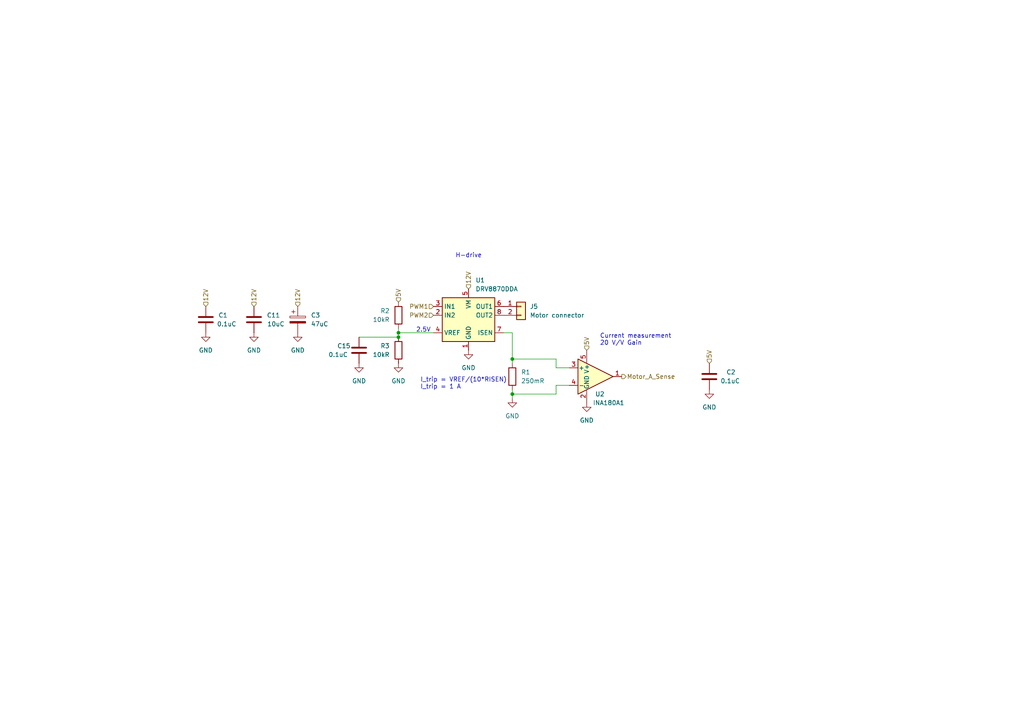
<source format=kicad_sch>
(kicad_sch (version 20211123) (generator eeschema)
  (paper "A4")
  (lib_symbols
    (symbol "Amplifier_Current:INA180A1" (pin_names (offset 0.127))
      (property "Reference" "U" (at 3.81 3.81 0))
      (property "Value" "INA180A1" (at 3.81 -2.54 0))
      (symbol "INA180A1_0_1"
        (polyline (pts (xy 5.08 0) (xy -5.08 5.08) (xy -5.08 -5.08) (xy 5.08 0)) (stroke (width 0.254)) (fill (type background)))
      )
      (symbol "INA180A1_1_1"
        (pin output line (at 7.62 0 180) (length 2.54) (name "~") (number "1"))
        (pin power_in line (at -2.54 -7.62 90) (length 3.81) (name "GND") (number "2"))
        (pin input line (at -7.62 2.54 0) (length 2.54) (name "+") (number "3"))
        (pin input line (at -7.62 -2.54 0) (length 2.54) (name "-") (number "4"))
        (pin power_in line (at -2.54 7.62 270) (length 3.81) (name "V+") (number "5"))
      )
    )
    (symbol "Connector_Generic:Conn_01x02" (pin_names (offset 1.016) hide)
      (property "Reference" "J" (at 0 2.54 0))
      (property "Value" "Conn_01x02" (at 0 -5.08 0))
      (symbol "Conn_01x02_1_1"
        (rectangle (start -1.27 -2.413) (end 0 -2.667) (stroke (width 0.1524)))
        (rectangle (start -1.27 0.127) (end 0 -0.127) (stroke (width 0.1524)))
        (rectangle (start -1.27 1.27) (end 1.27 -3.81) (stroke (width 0.254)) (fill (type background)))
        (pin passive line (at -5.08 0 0) (length 3.81) (name "Pin_1") (number "1"))
        (pin passive line (at -5.08 -2.54 0) (length 3.81) (name "Pin_2") (number "2"))
      )
    )
    (symbol "Device:C" (pin_numbers hide) (pin_names (offset 0.254))
      (property "Reference" "C" (at 0.635 2.54 0))
      (property "Value" "C" (at 0.635 -2.54 0))
      (symbol "C_0_1"
        (polyline (pts (xy -2.032 -0.762) (xy 2.032 -0.762)) (stroke (width 0.508)))
        (polyline (pts (xy -2.032 0.762) (xy 2.032 0.762)) (stroke (width 0.508)))
      )
      (symbol "C_1_1"
        (pin passive line (at 0 3.81 270) (length 2.794) (name "~") (number "1"))
        (pin passive line (at 0 -3.81 90) (length 2.794) (name "~") (number "2"))
      )
    )
    (symbol "Device:C_Polarized" (pin_numbers hide) (pin_names (offset 0.254))
      (property "Reference" "C" (at 0.635 2.54 0))
      (property "Value" "C_Polarized" (at 0.635 -2.54 0))
      (symbol "C_Polarized_0_1"
        (rectangle (start -2.286 0.508) (end 2.286 1.016))
        (polyline (pts (xy -1.778 2.286) (xy -0.762 2.286)))
        (polyline (pts (xy -1.27 2.794) (xy -1.27 1.778)))
        (rectangle (start 2.286 -0.508) (end -2.286 -1.016) (fill (type outline)))
      )
      (symbol "C_Polarized_1_1"
        (pin passive line (at 0 3.81 270) (length 2.794) (name "~") (number "1"))
        (pin passive line (at 0 -3.81 90) (length 2.794) (name "~") (number "2"))
      )
    )
    (symbol "Device:R" (pin_numbers hide) (pin_names (offset 0))
      (property "Reference" "R" (at 2.032 0 90))
      (property "Value" "R" (at 0 0 90))
      (symbol "R_0_1"
        (rectangle (start -1.016 -2.54) (end 1.016 2.54) (stroke (width 0.254)))
      )
      (symbol "R_1_1"
        (pin passive line (at 0 3.81 270) (length 1.27) (name "~") (number "1"))
        (pin passive line (at 0 -3.81 90) (length 1.27) (name "~") (number "2"))
      )
    )
    (symbol "Driver_Motor:DRV8870DDA"
      (property "Reference" "U" (at -6.35 6.35 0))
      (property "Value" "DRV8870DDA" (at 8.89 6.35 0))
      (symbol "DRV8870DDA_0_1"
        (rectangle (start -7.62 5.08) (end 7.62 -7.62) (stroke (width 0.254)) (fill (type background)))
      )
      (symbol "DRV8870DDA_1_1"
        (pin power_in line (at 0 -10.16 90) (length 2.54) (name "GND") (number "1"))
        (pin input line (at -10.16 0 0) (length 2.54) (name "IN2") (number "2"))
        (pin input line (at -10.16 2.54 0) (length 2.54) (name "IN1") (number "3"))
        (pin input line (at -10.16 -5.08 0) (length 2.54) (name "VREF") (number "4"))
        (pin power_in line (at 0 7.62 270) (length 2.54) (name "VM") (number "5"))
        (pin output line (at 10.16 2.54 180) (length 2.54) (name "OUT1") (number "6"))
        (pin passive line (at 10.16 -5.08 180) (length 2.54) (name "ISEN") (number "7"))
        (pin output line (at 10.16 0 180) (length 2.54) (name "OUT2") (number "8"))
        (pin passive line (at 0 -10.16 90) (length 2.54) hide (name "GND") (number "9"))
      )
    )
    (symbol "power:GND" (power) (pin_names (offset 0))
      (property "Value" "GND" (at 0 -3.81 0))
      (symbol "GND_0_1"
        (polyline (pts (xy 0 0) (xy 0 -1.27) (xy 1.27 -1.27) (xy 0 -2.54) (xy -1.27 -1.27) (xy 0 -1.27)))
      )
      (symbol "GND_1_1"
        (pin power_in line (at 0 0 270) (length 0) hide (name "GND") (number "1"))
      )
    )
  )
  (junction (at 148.59 104.14))
  (junction (at 115.57 97.79))
  (junction (at 115.57 96.52))
  (junction (at 148.59 114.3))
  (wire (pts (xy 148.59 96.52) (xy 148.59 104.14)))
  (wire (pts (xy 148.59 113.03) (xy 148.59 114.3)))
  (wire (pts (xy 161.29 114.3) (xy 148.59 114.3)))
  (wire (pts (xy 146.05 96.52) (xy 148.59 96.52)))
  (wire (pts (xy 161.29 106.68) (xy 161.29 104.14)))
  (wire (pts (xy 115.57 96.52) (xy 125.73 96.52)))
  (wire (pts (xy 104.14 97.79) (xy 115.57 97.79)))
  (wire (pts (xy 161.29 111.76) (xy 161.29 114.3)))
  (wire (pts (xy 115.57 95.25) (xy 115.57 96.52)))
  (wire (pts (xy 161.29 104.14) (xy 148.59 104.14)))
  (wire (pts (xy 115.57 97.79) (xy 115.57 96.52)))
  (wire (pts (xy 148.59 105.41) (xy 148.59 104.14)))
  (wire (pts (xy 148.59 115.57) (xy 148.59 114.3)))
  (wire (pts (xy 165.1 111.76) (xy 161.29 111.76)))
  (wire (pts (xy 165.1 106.68) (xy 161.29 106.68)))
  (text "2.5V" (at 120.65 96.52 0) (effects (font (size 1.27 1.27)) (justify left bottom)))
  (text "H-drive" (at 132.08 74.93 0) (effects (font (size 1.27 1.27)) (justify left bottom)))
  (text "I_trip = VREF/(10*RISEN)\nI_trip = 1 A" (at 121.92 113.03 0) (effects (font (size 1.27 1.27)) (justify left bottom)))
  (text "Current measurement\n20 V/V Gain" (at 173.99 100.33 0) (effects (font (size 1.27 1.27)) (justify left bottom)))
  (hierarchical_label "5V" (shape input) (at 170.18 101.6 90))
  (hierarchical_label "12V" (shape input) (at 73.66 88.9 90))
  (hierarchical_label "5V" (shape input) (at 115.57 87.63 90))
  (hierarchical_label "12V" (shape input) (at 59.69 88.9 90))
  (hierarchical_label "12V" (shape input) (at 86.36 88.9 90))
  (hierarchical_label "Motor_A_Sense" (shape output) (at 180.34 109.22 0))
  (hierarchical_label "5V" (shape input) (at 205.74 105.41 90))
  (hierarchical_label "12V" (shape input) (at 135.89 83.82 90))
  (hierarchical_label "PWM1" (shape input) (at 125.73 88.9 180))
  (hierarchical_label "PWM2" (shape input) (at 125.73 91.44 180))
  (symbol (lib_id "power:GND") (at 135.89 101.6 0) (unit 1)
    (property "Reference" "#PWR0101" (effects hide))
    (property "Value" "GND" (at 135.89 106.68 0))
  )
  (symbol (lib_id "Connector_Generic:Conn_01x02") (at 151.13 88.9 0) (unit 1)
    (property "Reference" "J5" (at 153.67 88.8999 0) (effects (justify left)))
    (property "Value" "Motor connector" (at 153.67 91.4399 0) (effects (justify left)))
    (property "Footprint" "Connector_custom:HC-2510-2A" (effects hide))
    (property "Datasheet" "https://datasheet.lcsc.com/lcsc/2203111830_HCTL-HC-2510-2A_C2982031.pdf" (effects hide))
    (property "MPN" "HC-2510-2A" (effects hide))
  )
  (symbol (lib_id "power:GND") (at 86.36 96.52 0) (unit 1)
    (property "Reference" "#PWR010" (effects hide))
    (property "Value" "GND" (at 86.36 101.6 0))
  )
  (symbol (lib_id "Device:R") (at 115.57 101.6 0) (mirror y) (unit 1)
    (property "Reference" "R3" (at 113.03 100.3299 0) (effects (justify left)))
    (property "Value" "10kR" (at 113.03 102.8699 0) (effects (justify left)))
    (property "Footprint" "Resistor_SMD:R_0805_2012Metric_Pad1.20x1.40mm_HandSolder" (effects hide))
    (property "Datasheet" "https://datasheet.lcsc.com/lcsc/1810201611_YAGEO-RC0805FR-0710KL_C84376.pdf" (effects hide))
    (property "MPN" "RC0805FR-0710KL" (effects hide))
  )
  (symbol (lib_id "Device:C") (at 205.74 109.22 0) (mirror y) (unit 1)
    (property "Reference" "C2" (at 213.36 107.95 0) (effects (justify left)))
    (property "Value" "0.1uC" (at 214.63 110.49 0) (effects (justify left)))
    (property "Footprint" "Capacitor_SMD:C_0805_2012Metric_Pad1.18x1.45mm_HandSolder" (effects hide))
    (property "Datasheet" "https://datasheet.lcsc.com/lcsc/2006111832_YAGEO-CC0805KRX7R8BB104_C519981.pdf" (effects hide))
    (property "MPN" "CC0805KRX7R8BB104" (effects hide))
  )
  (symbol (lib_id "power:GND") (at 104.14 105.41 0) (unit 1)
    (property "Reference" "#PWR026" (effects hide))
    (property "Value" "GND" (at 104.14 110.49 0))
  )
  (symbol (lib_id "Device:R") (at 148.59 109.22 180) (unit 1)
    (property "Reference" "R1" (at 151.13 107.9499 0) (effects (justify right)))
    (property "Value" "250mR" (at 151.13 110.4899 0) (effects (justify right)))
    (property "Footprint" "Resistor_SMD:R_2010_5025Metric" (effects hide))
    (property "Datasheet" "https://datasheet.lcsc.com/lcsc/2008171306_YAGEO-RL2010FK-070R25L_C723438.pdf" (effects hide))
    (property "MPN" "RL2010FK-070R25L" (effects hide))
  )
  (symbol (lib_id "Device:R") (at 115.57 91.44 0) (mirror y) (unit 1)
    (property "Reference" "R2" (at 113.03 90.1699 0) (effects (justify left)))
    (property "Value" "10kR" (at 113.03 92.7099 0) (effects (justify left)))
    (property "Footprint" "Resistor_SMD:R_0805_2012Metric_Pad1.20x1.40mm_HandSolder" (effects hide))
    (property "Datasheet" "https://datasheet.lcsc.com/lcsc/1810201611_YAGEO-RC0805FR-0710KL_C84376.pdf" (effects hide))
    (property "MPN" "RC0805FR-0710KL" (effects hide))
  )
  (symbol (lib_id "power:GND") (at 148.59 115.57 0) (unit 1)
    (property "Reference" "#PWR0102" (effects hide))
    (property "Value" "GND" (at 148.59 120.65 0))
  )
  (symbol (lib_id "power:GND") (at 59.69 96.52 0) (unit 1)
    (property "Reference" "#PWR0103" (effects hide))
    (property "Value" "GND" (at 59.69 101.6 0))
  )
  (symbol (lib_id "Device:C") (at 73.66 92.71 0) (mirror y) (unit 1)
    (property "Reference" "C11" (at 81.28 91.44 0) (effects (justify left)))
    (property "Value" "10uC" (at 82.55 93.98 0) (effects (justify left)))
    (property "Footprint" "Capacitor_SMD:C_1210_3225Metric_Pad1.33x2.70mm_HandSolder" (effects hide))
    (property "Datasheet" "https://datasheet.lcsc.com/lcsc/1912111437_Taiyo-Yuden-UMK325AB7106KM-T_C386167.pdf" (effects hide))
    (property "MPN" "UMK325AB7106KM-T" (effects hide))
  )
  (symbol (lib_id "Device:C") (at 104.14 101.6 0) (unit 1)
    (property "Reference" "C15" (at 97.79 100.33 0) (effects (justify left)))
    (property "Value" "0.1uC" (at 95.25 102.87 0) (effects (justify left)))
    (property "Footprint" "Capacitor_SMD:C_0805_2012Metric_Pad1.18x1.45mm_HandSolder" (effects hide))
    (property "Datasheet" "https://datasheet.lcsc.com/lcsc/2006111832_YAGEO-CC0805KRX7R8BB104_C519981.pdf" (effects hide))
    (property "MPN" "CC0805KRX7R8BB104" (effects hide))
  )
  (symbol (lib_id "Driver_Motor:DRV8870DDA") (at 135.89 91.44 0) (unit 1)
    (property "Reference" "U1" (at 137.9094 81.28 0) (effects (justify left)))
    (property "Value" "DRV8870DDA" (at 137.9094 83.82 0) (effects (justify left)))
    (property "Footprint" "Package_SO:Texas_HTSOP-8-1EP_3.9x4.9mm_P1.27mm_EP2.95x4.9mm_Mask2.4x3.1mm_ThermalVias" (effects hide))
    (property "Datasheet" "http://www.ti.com/lit/ds/symlink/drv8870.pdf" (effects hide))
    (property "MPN" "DRV8870DDAR" (effects hide))
  )
  (symbol (lib_id "Device:C_Polarized") (at 86.36 92.71 0) (unit 1)
    (property "Reference" "C3" (at 90.17 91.44 0) (effects (justify left)))
    (property "Value" "47uC" (at 90.17 93.98 0) (effects (justify left)))
    (property "Footprint" "Capacitor_THT:CP_Radial_D5.0mm_P2.00mm" (effects hide))
    (property "Datasheet" "https://datasheet.lcsc.com/lcsc/1809192224_Rubycon-35YXJ47M5X11_C88761.pdf" (effects hide))
    (property "MPN" "35YXJ47M5X11" (effects hide))
  )
  (symbol (lib_id "Device:C") (at 59.69 92.71 0) (mirror y) (unit 1)
    (property "Reference" "C1" (at 66.04 91.44 0) (effects (justify left)))
    (property "Value" "0.1uC" (at 68.58 93.98 0) (effects (justify left)))
    (property "Footprint" "Capacitor_SMD:C_0805_2012Metric_Pad1.18x1.45mm_HandSolder" (effects hide))
    (property "Datasheet" "https://datasheet.lcsc.com/lcsc/2006111832_YAGEO-CC0805KRX7R8BB104_C519981.pdf" (effects hide))
    (property "MPN" "CC0805KRX7R8BB104" (effects hide))
  )
  (symbol (lib_id "power:GND") (at 115.57 105.41 0) (unit 1)
    (property "Reference" "#PWR07" (effects hide))
    (property "Value" "GND" (at 115.57 110.49 0))
  )
  (symbol (lib_id "power:GND") (at 170.18 116.84 0) (unit 1)
    (property "Reference" "#PWR014" (effects hide))
    (property "Value" "GND" (at 170.18 121.92 0))
  )
  (symbol (lib_id "power:GND") (at 73.66 96.52 0) (unit 1)
    (property "Reference" "#PWR021" (effects hide))
    (property "Value" "GND" (at 73.66 101.6 0))
  )
  (symbol (lib_id "Amplifier_Current:INA180A1") (at 172.72 109.22 0) (unit 1)
    (property "Reference" "U2" (at 173.99 114.3 0))
    (property "Value" "INA180A1" (at 176.53 116.84 0))
    (property "Footprint" "Package_TO_SOT_SMD:SOT-23-5" (effects hide))
    (property "Datasheet" "http://www.ti.com/lit/ds/symlink/ina180.pdf" (effects hide))
    (property "MPN" "INA180A1IDBVR" (effects hide))
  )
  (symbol (lib_id "power:GND") (at 205.74 113.03 0) (unit 1)
    (property "Reference" "#PWR09" (effects hide))
    (property "Value" "GND" (at 205.74 118.11 0))
  )
)
</source>
